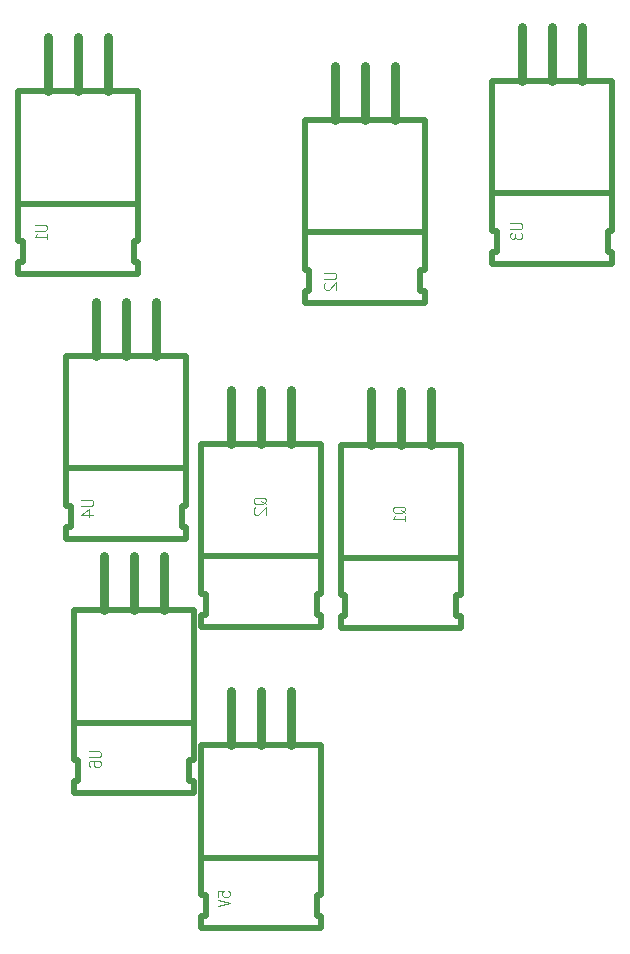
<source format=gbr>
G04 start of page 9 for group -4078 idx -4078 *
G04 Title: (unknown), bottomsilk *
G04 Creator: pcb 1.99z *
G04 CreationDate: Thu 18 Dec 2014 06:06:48 AM GMT UTC *
G04 For: commonadmin *
G04 Format: Gerber/RS-274X *
G04 PCB-Dimensions (mil): 2350.00 3800.00 *
G04 PCB-Coordinate-Origin: lower left *
%MOIN*%
%FSLAX25Y25*%
%LNBOTTOMSILK*%
%ADD124C,0.0040*%
%ADD123C,0.0200*%
%ADD122C,0.0300*%
G54D122*X174500Y289000D02*Y307000D01*
X184500Y289000D02*Y307000D01*
X194500Y289000D02*Y307000D01*
G54D123*X164500Y289000D02*X204500D01*
Y251500D02*Y289000D01*
X164500Y251500D02*X204500D01*
X164500D02*Y289000D01*
Y251500D02*X204500D01*
Y239000D02*Y251500D01*
X203000Y239000D02*X204500D01*
X203000Y232000D02*Y239000D01*
Y232000D02*X204500D01*
Y228000D02*Y232000D01*
X164500Y228000D02*X204500D01*
X164500D02*Y232000D01*
X166000D01*
Y239000D01*
X164500D02*X166000D01*
X164500D02*Y251500D01*
G54D122*X124000Y185500D02*Y167500D01*
X134000Y185500D02*Y167500D01*
X144000Y185500D02*Y167500D01*
G54D123*X114000D02*X154000D01*
Y130000D01*
X114000D01*
Y167500D01*
Y130000D02*X154000D01*
Y117500D01*
X152500D01*
Y110500D01*
X154000D01*
Y106500D01*
X114000D01*
Y110500D01*
X115500D01*
Y117500D01*
X114000D01*
Y130000D01*
G54D122*X77500Y85500D02*Y67500D01*
X87500Y85500D02*Y67500D01*
X97500Y85500D02*Y67500D01*
G54D123*X67500D02*X107500D01*
Y30000D01*
X67500D02*X107500D01*
X67500Y67500D02*Y30000D01*
X107500D01*
Y17500D01*
X106000D02*X107500D01*
X106000D02*Y10500D01*
X107500D01*
Y6500D01*
X67500D02*X107500D01*
X67500Y10500D02*Y6500D01*
Y10500D02*X69000D01*
Y17500D02*Y10500D01*
X67500Y17500D02*X69000D01*
X67500Y30000D02*Y17500D01*
G54D122*X35000Y130500D02*Y112500D01*
X45000Y130500D02*Y112500D01*
X55000Y130500D02*Y112500D01*
G54D123*X25000D02*X65000D01*
Y75000D01*
X25000D01*
Y112500D01*
Y75000D02*X65000D01*
Y62500D01*
X63500D01*
Y55500D01*
X65000D01*
Y51500D01*
X25000D01*
Y55500D01*
X26500D01*
Y62500D01*
X25000D01*
Y75000D01*
G54D122*X112000Y294000D02*Y276000D01*
X122000Y294000D02*Y276000D01*
X132000Y294000D02*Y276000D01*
G54D123*X102000D02*X142000D01*
Y238500D01*
X102000D01*
Y276000D01*
Y238500D02*X142000D01*
Y226000D01*
X140500D01*
Y219000D01*
X142000D01*
Y215000D01*
X102000D01*
Y219000D01*
X103500D01*
Y226000D01*
X102000D01*
Y238500D01*
G54D122*X16500Y303500D02*Y285500D01*
X26500Y303500D02*Y285500D01*
X36500Y303500D02*Y285500D01*
G54D123*X6500D02*X46500D01*
Y248000D01*
X6500D01*
Y285500D01*
Y248000D02*X46500D01*
Y235500D01*
X45000D01*
Y228500D01*
X46500D01*
Y224500D01*
X6500D01*
Y228500D01*
X8000D01*
Y235500D01*
X6500D01*
Y248000D01*
G54D122*X77500Y186000D02*Y168000D01*
X87500Y186000D02*Y168000D01*
X97500Y186000D02*Y168000D01*
G54D123*X67500D02*X107500D01*
Y130500D01*
X67500D01*
Y168000D01*
Y130500D02*X107500D01*
Y118000D01*
X106000D01*
Y111000D01*
X107500D01*
Y107000D01*
X67500D01*
Y111000D01*
X69000D01*
Y118000D01*
X67500D01*
Y130500D01*
G54D122*X32528Y215339D02*Y197339D01*
X42528Y215339D02*Y197339D01*
X52528Y215339D02*Y197339D01*
G54D123*X22528D02*X62528D01*
Y159839D01*
X22528D02*X62528D01*
X22528Y197339D02*Y159839D01*
X62528D01*
Y147339D01*
X61028D02*X62528D01*
X61028D02*Y140339D01*
X62528D01*
Y136339D01*
X22528D02*X62528D01*
X22528Y140339D02*Y136339D01*
Y140339D02*X24028D01*
Y147339D02*Y140339D01*
X22528Y147339D02*X24028D01*
X22528Y159839D02*Y147339D01*
G54D124*X27528Y149339D02*X31028D01*
X31528Y148839D01*
Y147839D02*Y148839D01*
Y147839D02*X31028Y147339D01*
X27528D02*X31028D01*
X30028Y146139D02*X27528Y144139D01*
X30028Y143639D02*Y146139D01*
X27528Y144139D02*X31528D01*
X132000Y147000D02*X135000D01*
X132000D02*X131500Y146500D01*
Y145500D02*Y146500D01*
Y145500D02*X132000Y145000D01*
X134500D01*
X135500Y146000D02*X134500Y145000D01*
X135500Y146000D02*Y146500D01*
X135000Y147000D02*X135500Y146500D01*
X134000Y146000D02*X135500Y145000D01*
X132300Y143800D02*X131500Y143000D01*
X135500D01*
Y142300D02*Y143800D01*
X85500Y150000D02*X88500D01*
X85500D02*X85000Y149500D01*
Y148500D02*Y149500D01*
Y148500D02*X85500Y148000D01*
X88000D01*
X89000Y149000D02*X88000Y148000D01*
X89000Y149000D02*Y149500D01*
X88500Y150000D02*X89000Y149500D01*
X87500Y149000D02*X89000Y148000D01*
X85500Y146800D02*X85000Y146300D01*
Y144800D02*Y146300D01*
Y144800D02*X85500Y144300D01*
X86500D01*
X89000Y146800D02*X86500Y144300D01*
X89000D02*Y146800D01*
X170500Y241500D02*X174000D01*
X174500Y241000D01*
Y240000D02*Y241000D01*
Y240000D02*X174000Y239500D01*
X170500D02*X174000D01*
X171000Y238300D02*X170500Y237800D01*
Y236800D02*Y237800D01*
Y236800D02*X171000Y236300D01*
X174500Y236800D02*X174000Y236300D01*
X174500Y236800D02*Y237800D01*
X174000Y238300D02*X174500Y237800D01*
X172300Y236800D02*Y237800D01*
X171000Y236300D02*X171800D01*
X172800D02*X174000D01*
X172800D02*X172300Y236800D01*
X171800Y236300D02*X172300Y236800D01*
X12000Y241000D02*X15500D01*
X16000Y240500D01*
Y239500D02*Y240500D01*
Y239500D02*X15500Y239000D01*
X12000D02*X15500D01*
X12800Y237800D02*X12000Y237000D01*
X16000D01*
Y236300D02*Y237800D01*
X108500Y225000D02*X112000D01*
X112500Y224500D01*
Y223500D02*Y224500D01*
Y223500D02*X112000Y223000D01*
X108500D02*X112000D01*
X109000Y221800D02*X108500Y221300D01*
Y219800D02*Y221300D01*
Y219800D02*X109000Y219300D01*
X110000D01*
X112500Y221800D02*X110000Y219300D01*
X112500D02*Y221800D01*
X73000Y17000D02*Y19000D01*
X75000D01*
X74500Y18500D01*
Y17500D02*Y18500D01*
Y17500D02*X75000Y17000D01*
X76500D01*
X77000Y17500D02*X76500Y17000D01*
X77000Y17500D02*Y18500D01*
X76500Y19000D02*X77000Y18500D01*
X73000Y15800D02*X77000Y14800D01*
X73000Y13800D01*
X30000Y65500D02*X33500D01*
X34000Y65000D01*
Y64000D02*Y65000D01*
Y64000D02*X33500Y63500D01*
X30000D02*X33500D01*
X30000Y60800D02*X30500Y60300D01*
X30000Y60800D02*Y61800D01*
X30500Y62300D02*X30000Y61800D01*
X30500Y62300D02*X33500D01*
X34000Y61800D01*
X31800Y60800D02*X32300Y60300D01*
X31800Y60800D02*Y62300D01*
X34000Y60800D02*Y61800D01*
Y60800D02*X33500Y60300D01*
X32300D02*X33500D01*
M02*

</source>
